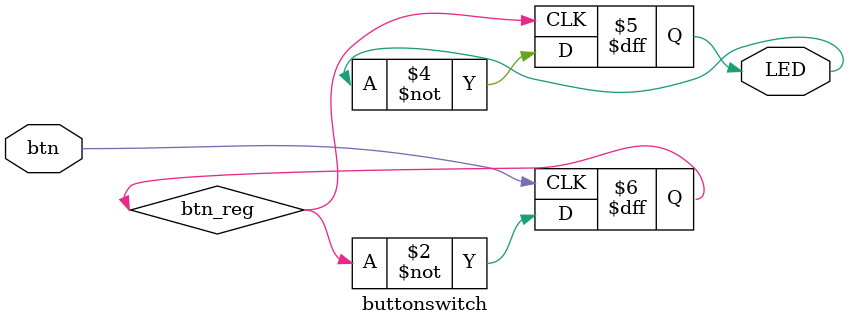
<source format=v>
`timescale 1ns / 1ps


module buttonswitch(
    input btn,      // Button input
    output reg LED // LED output
);


// Define the LED and button signals
reg btn_reg;


// Assign button signal
always @ (posedge btn)
    btn_reg <= ~btn_reg;


// Toggle LED when button is pressed
always @ (posedge btn_reg)
    LED <= ~LED;


endmodule

</source>
